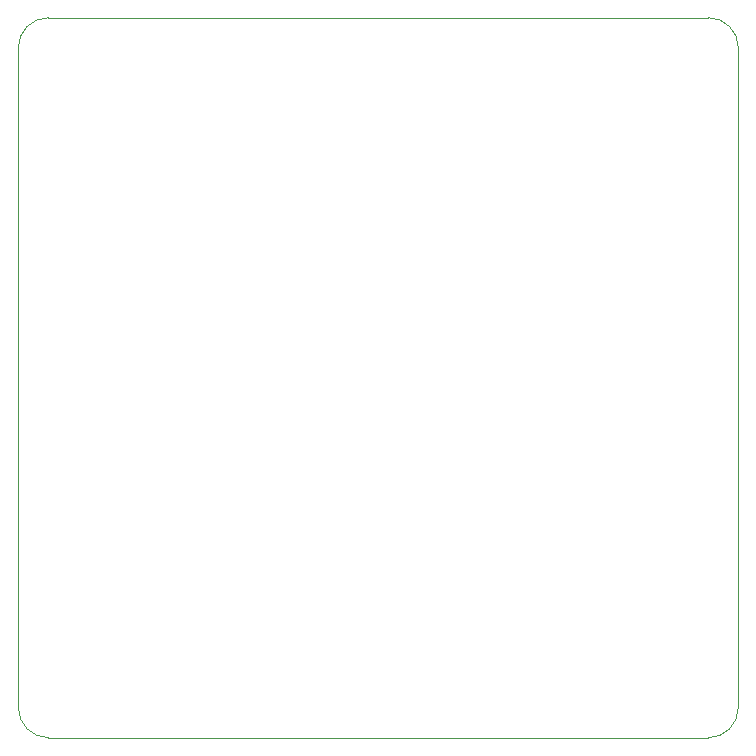
<source format=gbr>
G04 #@! TF.GenerationSoftware,KiCad,Pcbnew,(6.0.8)*
G04 #@! TF.CreationDate,2022-10-28T18:58:48+02:00*
G04 #@! TF.ProjectId,gardenWemos,67617264-656e-4576-956d-6f732e6b6963,rev?*
G04 #@! TF.SameCoordinates,Original*
G04 #@! TF.FileFunction,Profile,NP*
%FSLAX46Y46*%
G04 Gerber Fmt 4.6, Leading zero omitted, Abs format (unit mm)*
G04 Created by KiCad (PCBNEW (6.0.8)) date 2022-10-28 18:58:48*
%MOMM*%
%LPD*%
G01*
G04 APERTURE LIST*
G04 #@! TA.AperFunction,Profile*
%ADD10C,0.050000*%
G04 #@! TD*
G04 APERTURE END LIST*
D10*
X174752000Y-132588000D02*
G75*
G03*
X177292000Y-130048000I0J2540000D01*
G01*
X116332000Y-130048000D02*
G75*
G03*
X118872000Y-132588000I2540000J0D01*
G01*
X118872000Y-71628000D02*
G75*
G03*
X116332000Y-74168000I0J-2540000D01*
G01*
X177292000Y-74168000D02*
G75*
G03*
X174752000Y-71628000I-2540000J0D01*
G01*
X118872000Y-71628000D02*
X174752000Y-71628000D01*
X116332000Y-130048000D02*
X116332000Y-74168000D01*
X118872000Y-132588000D02*
X174752000Y-132588000D01*
X177292000Y-74168000D02*
X177292000Y-130048000D01*
M02*

</source>
